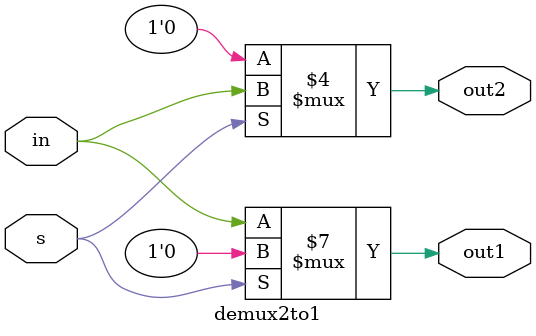
<source format=v>
module demux2to1(in,s,out1,out2);
input in,s;
output out1,out2;
reg out1,out2;
always @ (in or s)
begin
    if(s == 0)
    begin
    	out1=in;
	out2=0;
    end
    else
    begin
	out2 = in;
	out1 = 0;
    end
end 

endmodule

</source>
